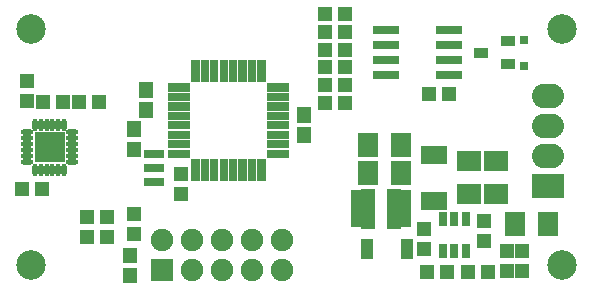
<source format=gts>
G04 DipTrace 2.4.0.2*
%INTopMask.gbr*%
%MOIN*%
%ADD47C,0.0984*%
%ADD52R,0.0669X0.0276*%
%ADD54R,0.0315X0.0512*%
%ADD56R,0.0866X0.0315*%
%ADD58R,0.1043X0.1043*%
%ADD60O,0.0197X0.0413*%
%ADD62O,0.0413X0.0197*%
%ADD64R,0.0315X0.0315*%
%ADD66R,0.0492X0.0335*%
%ADD68R,0.0472X0.1339*%
%ADD70C,0.0748*%
%ADD72R,0.0748X0.0748*%
%ADD74O,0.1063X0.0827*%
%ADD76R,0.1063X0.0827*%
%ADD78R,0.0394X0.0709*%
%ADD80R,0.0906X0.063*%
%ADD82R,0.0512X0.0472*%
%ADD84R,0.0472X0.0512*%
%ADD86R,0.0787X0.0709*%
%ADD88R,0.0709X0.0787*%
%FSLAX44Y44*%
G04*
G70*
G90*
G75*
G01*
%LNTopMask*%
%LPD*%
D88*
X16171Y8937D3*
X17274D3*
X16171Y8000D3*
X17274D3*
D86*
X19546Y7312D3*
Y8414D3*
D84*
X18046Y5477D3*
Y6147D3*
D82*
X15394Y11516D3*
X14724D3*
X15394Y12697D3*
X14724D3*
Y10925D3*
X15394D3*
G36*
X8996Y10512D2*
X8524D1*
Y11024D1*
X8996D1*
Y10512D1*
G37*
G36*
Y9843D2*
X8524D1*
Y10354D1*
X8996D1*
Y9843D1*
G37*
D82*
X18878Y10630D3*
X18209D3*
D84*
X4799Y11076D3*
Y10406D3*
G36*
X14282Y9681D2*
X13810D1*
Y10193D1*
X14282D1*
Y9681D1*
G37*
G36*
Y9012D2*
X13810D1*
Y9524D1*
X14282D1*
Y9012D1*
G37*
G36*
X8595Y9203D2*
X8123D1*
Y9715D1*
X8595D1*
Y9203D1*
G37*
G36*
Y8534D2*
X8123D1*
Y9046D1*
X8595D1*
Y8534D1*
G37*
D82*
X6527Y10366D3*
X7196D3*
X6009D3*
X5340D3*
X4626Y7480D3*
X5295D3*
D80*
X18359Y7062D3*
Y8597D3*
D86*
X20421Y7312D3*
Y8414D3*
D78*
X17466Y5455D3*
X16127D3*
D84*
X21296Y5397D3*
Y4727D3*
X9941Y7283D3*
Y7953D3*
D88*
X21063Y6299D3*
X22165D3*
D47*
X4921Y12795D3*
Y4921D3*
X22638D3*
Y12795D3*
D76*
X22169Y7555D3*
D74*
Y8555D3*
Y9555D3*
Y10555D3*
D72*
X9296Y4750D3*
D70*
Y5750D3*
X10296Y4750D3*
Y5750D3*
X11296Y4750D3*
Y5750D3*
X12296Y4750D3*
Y5750D3*
X13296Y4750D3*
Y5750D3*
D68*
X16171Y6812D3*
X17037D3*
D82*
X18796Y4687D3*
X18127D3*
X20171D3*
X19502D3*
D84*
X20046Y5727D3*
Y6397D3*
X20796Y4727D3*
Y5397D3*
G36*
X8470Y4994D2*
X7998D1*
Y5505D1*
X8470D1*
Y4994D1*
G37*
G36*
Y4324D2*
X7998D1*
Y4836D1*
X8470D1*
Y4324D1*
G37*
D84*
X8366Y5965D3*
Y6634D3*
D82*
X14724Y12106D3*
X15394D3*
X14724Y13287D3*
X15394D3*
X14724Y10335D3*
X15394D3*
D84*
X7480Y5866D3*
Y6535D3*
X6791Y5866D3*
Y6535D3*
D66*
X20827Y11634D3*
Y12382D3*
X19921Y12008D3*
D64*
X21358Y12441D3*
Y11575D3*
D62*
X6299Y8366D3*
Y8563D3*
Y8760D3*
Y8957D3*
Y9154D3*
Y9350D3*
D60*
X6043Y9606D3*
X5846D3*
X5650D3*
X5453D3*
X5256D3*
X5059D3*
D62*
X4803Y9350D3*
Y9154D3*
Y8957D3*
Y8760D3*
Y8563D3*
Y8366D3*
D60*
X5059Y8110D3*
X5256D3*
X5453D3*
X5650D3*
X5846D3*
X6043D3*
D58*
X5551Y8858D3*
D56*
X16752Y12758D3*
Y12258D3*
Y11758D3*
Y11258D3*
X18878D3*
Y11758D3*
Y12258D3*
Y12758D3*
G36*
X9488Y10709D2*
Y10984D1*
X10236D1*
Y10709D1*
X9488D1*
G37*
G36*
Y10394D2*
Y10669D1*
X10236D1*
Y10394D1*
X9488D1*
G37*
G36*
Y10079D2*
Y10354D1*
X10236D1*
Y10079D1*
X9488D1*
G37*
G36*
Y9764D2*
Y10039D1*
X10236D1*
Y9764D1*
X9488D1*
G37*
G36*
Y9449D2*
Y9724D1*
X10236D1*
Y9449D1*
X9488D1*
G37*
G36*
Y9134D2*
Y9409D1*
X10236D1*
Y9134D1*
X9488D1*
G37*
G36*
Y8819D2*
Y9094D1*
X10236D1*
Y8819D1*
X9488D1*
G37*
G36*
Y8504D2*
Y8780D1*
X10236D1*
Y8504D1*
X9488D1*
G37*
G36*
X10551Y7717D2*
X10276D1*
Y8465D1*
X10551D1*
Y7717D1*
G37*
G36*
X10866D2*
X10591D1*
Y8465D1*
X10866D1*
Y7717D1*
G37*
G36*
X11181D2*
X10906D1*
Y8465D1*
X11181D1*
Y7717D1*
G37*
G36*
X11496D2*
X11220D1*
Y8465D1*
X11496D1*
Y7717D1*
G37*
G36*
X11811D2*
X11535D1*
Y8465D1*
X11811D1*
Y7717D1*
G37*
G36*
X12126D2*
X11850D1*
Y8465D1*
X12126D1*
Y7717D1*
G37*
G36*
X12441D2*
X12165D1*
Y8465D1*
X12441D1*
Y7717D1*
G37*
G36*
X12756D2*
X12480D1*
Y8465D1*
X12756D1*
Y7717D1*
G37*
G36*
X12795Y8504D2*
Y8780D1*
X13543D1*
Y8504D1*
X12795D1*
G37*
G36*
Y8819D2*
Y9094D1*
X13543D1*
Y8819D1*
X12795D1*
G37*
G36*
Y9134D2*
Y9409D1*
X13543D1*
Y9134D1*
X12795D1*
G37*
G36*
Y9449D2*
Y9724D1*
X13543D1*
Y9449D1*
X12795D1*
G37*
G36*
Y9764D2*
Y10039D1*
X13543D1*
Y9764D1*
X12795D1*
G37*
G36*
Y10079D2*
Y10354D1*
X13543D1*
Y10079D1*
X12795D1*
G37*
G36*
Y10394D2*
Y10669D1*
X13543D1*
Y10394D1*
X12795D1*
G37*
G36*
Y10709D2*
Y10984D1*
X13543D1*
Y10709D1*
X12795D1*
G37*
G36*
X12756Y11024D2*
X12480D1*
Y11772D1*
X12756D1*
Y11024D1*
G37*
G36*
X12441D2*
X12165D1*
Y11772D1*
X12441D1*
Y11024D1*
G37*
G36*
X12126D2*
X11850D1*
Y11772D1*
X12126D1*
Y11024D1*
G37*
G36*
X11811D2*
X11535D1*
Y11772D1*
X11811D1*
Y11024D1*
G37*
G36*
X11496D2*
X11220D1*
Y11772D1*
X11496D1*
Y11024D1*
G37*
G36*
X11181D2*
X10906D1*
Y11772D1*
X11181D1*
Y11024D1*
G37*
G36*
X10866D2*
X10591D1*
Y11772D1*
X10866D1*
Y11024D1*
G37*
G36*
X10551D2*
X10276D1*
Y11772D1*
X10551D1*
Y11024D1*
G37*
D54*
X18672Y5406D3*
X19046D3*
X19420D3*
Y6469D3*
X19046D3*
X18672D3*
D52*
X9046Y8632D3*
Y8159D3*
Y7687D3*
G36*
X15609Y7437D2*
X16359D1*
Y6187D1*
X15609D1*
Y7437D1*
G37*
G36*
X16859D2*
X17609D1*
Y6187D1*
X16859D1*
Y7437D1*
G37*
M02*

</source>
